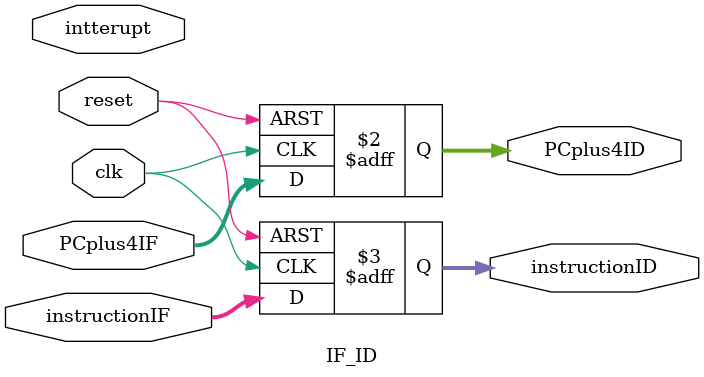
<source format=v>
module IF_ID(clk,reset,intterupt,PCplus4IF,instructionIF,PCplus4ID,instructionID);

    input clk,reset,intterupt;
    input [31:0] PCplus4IF;
    input [31:0] instructionIF;
    output reg [31:0] PCplus4ID;
    output reg [31:0] instructionID;

    always @(posedge clk or posedge reset)
    begin
        if (reset)
        begin
            PCplus4ID<=0;
            instructionID<=0;
        end
        else begin
            PCplus4ID<=PCplus4IF;
            instructionID<=instructionIF;
        end
    end

endmodule
</source>
